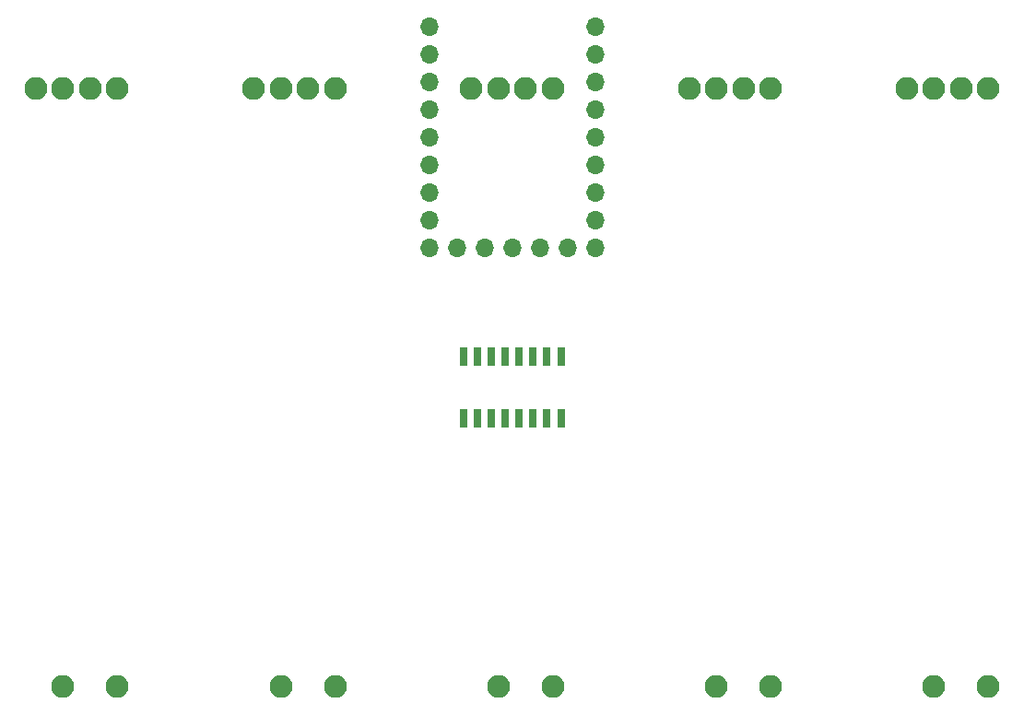
<source format=gbr>
%TF.GenerationSoftware,KiCad,Pcbnew,9.0.7*%
%TF.CreationDate,2026-01-29T16:23:54-06:00*%
%TF.ProjectId,deej,6465656a-2e6b-4696-9361-645f70636258,rev?*%
%TF.SameCoordinates,Original*%
%TF.FileFunction,Soldermask,Top*%
%TF.FilePolarity,Negative*%
%FSLAX46Y46*%
G04 Gerber Fmt 4.6, Leading zero omitted, Abs format (unit mm)*
G04 Created by KiCad (PCBNEW 9.0.7) date 2026-01-29 16:23:54*
%MOMM*%
%LPD*%
G01*
G04 APERTURE LIST*
%ADD10R,0.800000X1.750000*%
%ADD11R,0.700000X1.750000*%
%ADD12O,2.101600X2.101600*%
%ADD13O,1.701600X1.701600*%
G04 APERTURE END LIST*
D10*
%TO.C,U1*%
X145505000Y-107825000D03*
D11*
X146825000Y-107825000D03*
X148095000Y-107825000D03*
X149365000Y-107825000D03*
X150635000Y-107825000D03*
X151905000Y-107825000D03*
X153175000Y-107825000D03*
D10*
X154495000Y-107825000D03*
X154495000Y-102175000D03*
D11*
X153175000Y-102175000D03*
X151905000Y-102175000D03*
X150635000Y-102175000D03*
X149365000Y-102175000D03*
X148095000Y-102175000D03*
X146825000Y-102175000D03*
D10*
X145505000Y-102175000D03*
%TD*%
D12*
%TO.C,U2*%
X186249900Y-77500200D03*
X188750100Y-77500200D03*
X188750100Y-132500100D03*
X191249900Y-77500200D03*
X193750100Y-77500200D03*
X193750100Y-132500100D03*
%TD*%
D13*
%TO.C,U8*%
X157620000Y-71840000D03*
X157620000Y-74380000D03*
X157620000Y-76920000D03*
X157620000Y-79460000D03*
X157620000Y-82000000D03*
X157620000Y-84540000D03*
X157620000Y-87080000D03*
X157620000Y-89620000D03*
X157620000Y-92160000D03*
X155080000Y-92160000D03*
X152540000Y-92160000D03*
X150000000Y-92160000D03*
X147460000Y-92160000D03*
X144920000Y-92160000D03*
X142380000Y-92160000D03*
X142380000Y-89620000D03*
X142380000Y-87080000D03*
X142380000Y-84540000D03*
X142380000Y-82000000D03*
X142380000Y-79460000D03*
X142380000Y-76920000D03*
X142380000Y-74380000D03*
X142380000Y-71840000D03*
%TD*%
D12*
%TO.C,U3*%
X166249900Y-77500200D03*
X168750100Y-77500200D03*
X168750100Y-132500100D03*
X171249900Y-77500200D03*
X173750100Y-77500200D03*
X173750100Y-132500100D03*
%TD*%
%TO.C,U5*%
X126249900Y-77500200D03*
X128750100Y-77500200D03*
X128750100Y-132500100D03*
X131249900Y-77500200D03*
X133750100Y-77500200D03*
X133750100Y-132500100D03*
%TD*%
%TO.C,U4*%
X146249900Y-77500200D03*
X148750100Y-77500200D03*
X148750100Y-132500100D03*
X151249900Y-77500200D03*
X153750100Y-77500200D03*
X153750100Y-132500100D03*
%TD*%
%TO.C,U6*%
X106249900Y-77500200D03*
X108750100Y-77500200D03*
X108750100Y-132500100D03*
X111249900Y-77500200D03*
X113750100Y-77500200D03*
X113750100Y-132500100D03*
%TD*%
M02*

</source>
